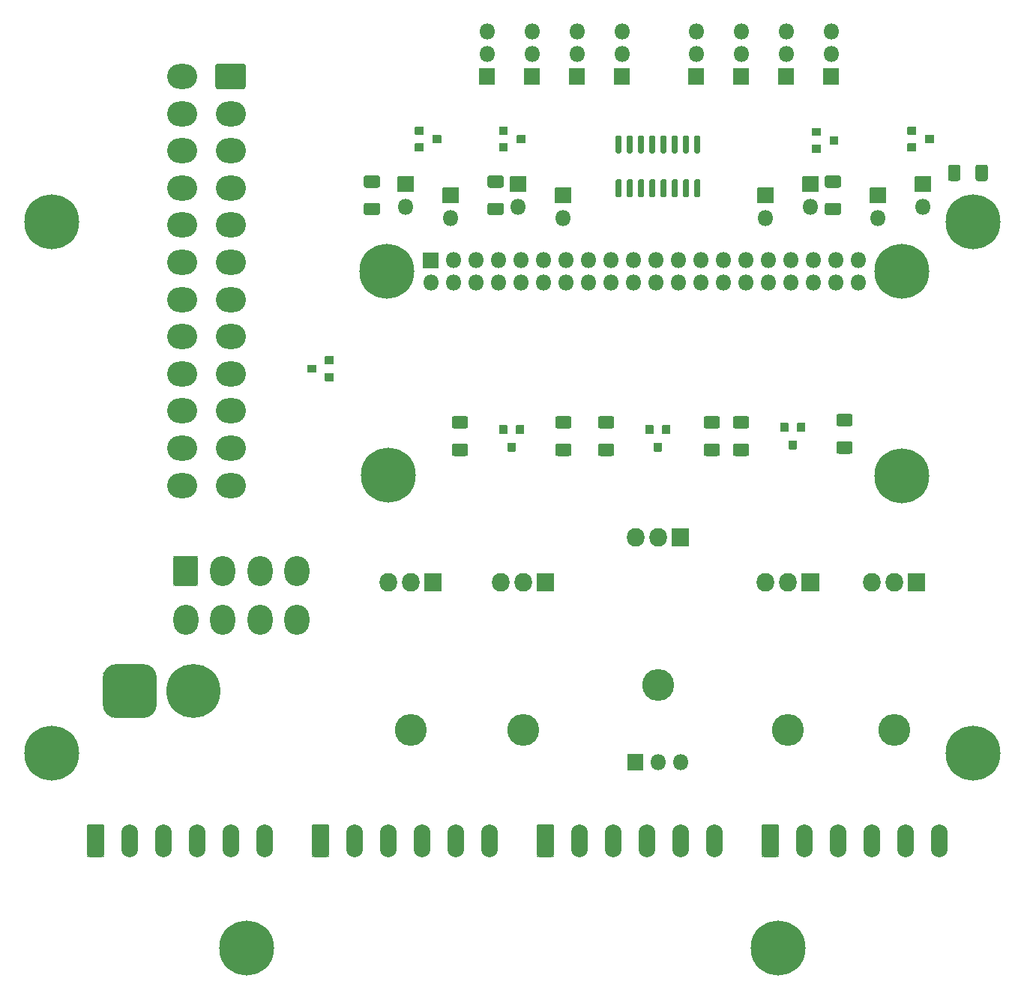
<source format=gbr>
G04 #@! TF.GenerationSoftware,KiCad,Pcbnew,5.1.8*
G04 #@! TF.CreationDate,2021-01-07T20:42:53+00:00*
G04 #@! TF.ProjectId,TheSun2,54686553-756e-4322-9e6b-696361645f70,1.0.8*
G04 #@! TF.SameCoordinates,Original*
G04 #@! TF.FileFunction,Soldermask,Top*
G04 #@! TF.FilePolarity,Negative*
%FSLAX46Y46*%
G04 Gerber Fmt 4.6, Leading zero omitted, Abs format (unit mm)*
G04 Created by KiCad (PCBNEW 5.1.8) date 2021-01-07 20:42:53*
%MOMM*%
%LPD*%
G01*
G04 APERTURE LIST*
%ADD10O,1.802000X1.802000*%
%ADD11C,6.102000*%
%ADD12C,6.200000*%
%ADD13O,3.402000X2.802000*%
%ADD14O,2.802000X3.402000*%
%ADD15O,1.902000X3.702000*%
%ADD16O,2.007000X2.102000*%
%ADD17O,3.602000X3.602000*%
%ADD18C,0.100000*%
G04 APERTURE END LIST*
G36*
G01*
X198776385Y-46141000D02*
X197463615Y-46141000D01*
G75*
G02*
X197194000Y-45871385I0J269615D01*
G01*
X197194000Y-45008615D01*
G75*
G02*
X197463615Y-44739000I269615J0D01*
G01*
X198776385Y-44739000D01*
G75*
G02*
X199046000Y-45008615I0J-269615D01*
G01*
X199046000Y-45871385D01*
G75*
G02*
X198776385Y-46141000I-269615J0D01*
G01*
G37*
G36*
G01*
X198776385Y-49241000D02*
X197463615Y-49241000D01*
G75*
G02*
X197194000Y-48971385I0J269615D01*
G01*
X197194000Y-48108615D01*
G75*
G02*
X197463615Y-47839000I269615J0D01*
G01*
X198776385Y-47839000D01*
G75*
G02*
X199046000Y-48108615I0J-269615D01*
G01*
X199046000Y-48971385D01*
G75*
G02*
X198776385Y-49241000I-269615J0D01*
G01*
G37*
G36*
G01*
X236876385Y-46141000D02*
X235563615Y-46141000D01*
G75*
G02*
X235294000Y-45871385I0J269615D01*
G01*
X235294000Y-45008615D01*
G75*
G02*
X235563615Y-44739000I269615J0D01*
G01*
X236876385Y-44739000D01*
G75*
G02*
X237146000Y-45008615I0J-269615D01*
G01*
X237146000Y-45871385D01*
G75*
G02*
X236876385Y-46141000I-269615J0D01*
G01*
G37*
G36*
G01*
X236876385Y-49241000D02*
X235563615Y-49241000D01*
G75*
G02*
X235294000Y-48971385I0J269615D01*
G01*
X235294000Y-48108615D01*
G75*
G02*
X235563615Y-47839000I269615J0D01*
G01*
X236876385Y-47839000D01*
G75*
G02*
X237146000Y-48108615I0J-269615D01*
G01*
X237146000Y-48971385D01*
G75*
G02*
X236876385Y-49241000I-269615J0D01*
G01*
G37*
G36*
G01*
X250611000Y-43793615D02*
X250611000Y-45106385D01*
G75*
G02*
X250341385Y-45376000I-269615J0D01*
G01*
X249478615Y-45376000D01*
G75*
G02*
X249209000Y-45106385I0J269615D01*
G01*
X249209000Y-43793615D01*
G75*
G02*
X249478615Y-43524000I269615J0D01*
G01*
X250341385Y-43524000D01*
G75*
G02*
X250611000Y-43793615I0J-269615D01*
G01*
G37*
G36*
G01*
X253711000Y-43793615D02*
X253711000Y-45106385D01*
G75*
G02*
X253441385Y-45376000I-269615J0D01*
G01*
X252578615Y-45376000D01*
G75*
G02*
X252309000Y-45106385I0J269615D01*
G01*
X252309000Y-43793615D01*
G75*
G02*
X252578615Y-43524000I269615J0D01*
G01*
X253441385Y-43524000D01*
G75*
G02*
X253711000Y-43793615I0J-269615D01*
G01*
G37*
G36*
G01*
X184806385Y-46141000D02*
X183493615Y-46141000D01*
G75*
G02*
X183224000Y-45871385I0J269615D01*
G01*
X183224000Y-45008615D01*
G75*
G02*
X183493615Y-44739000I269615J0D01*
G01*
X184806385Y-44739000D01*
G75*
G02*
X185076000Y-45008615I0J-269615D01*
G01*
X185076000Y-45871385D01*
G75*
G02*
X184806385Y-46141000I-269615J0D01*
G01*
G37*
G36*
G01*
X184806385Y-49241000D02*
X183493615Y-49241000D01*
G75*
G02*
X183224000Y-48971385I0J269615D01*
G01*
X183224000Y-48108615D01*
G75*
G02*
X183493615Y-47839000I269615J0D01*
G01*
X184806385Y-47839000D01*
G75*
G02*
X185076000Y-48108615I0J-269615D01*
G01*
X185076000Y-48971385D01*
G75*
G02*
X184806385Y-49241000I-269615J0D01*
G01*
G37*
D10*
X200660000Y-48260000D03*
G36*
G01*
X199759000Y-46570000D02*
X199759000Y-44870000D01*
G75*
G02*
X199810000Y-44819000I51000J0D01*
G01*
X201510000Y-44819000D01*
G75*
G02*
X201561000Y-44870000I0J-51000D01*
G01*
X201561000Y-46570000D01*
G75*
G02*
X201510000Y-46621000I-51000J0D01*
G01*
X199810000Y-46621000D01*
G75*
G02*
X199759000Y-46570000I0J51000D01*
G01*
G37*
X233680000Y-48260000D03*
G36*
G01*
X232779000Y-46570000D02*
X232779000Y-44870000D01*
G75*
G02*
X232830000Y-44819000I51000J0D01*
G01*
X234530000Y-44819000D01*
G75*
G02*
X234581000Y-44870000I0J-51000D01*
G01*
X234581000Y-46570000D01*
G75*
G02*
X234530000Y-46621000I-51000J0D01*
G01*
X232830000Y-46621000D01*
G75*
G02*
X232779000Y-46570000I0J51000D01*
G01*
G37*
X246380000Y-48260000D03*
G36*
G01*
X245479000Y-46570000D02*
X245479000Y-44870000D01*
G75*
G02*
X245530000Y-44819000I51000J0D01*
G01*
X247230000Y-44819000D01*
G75*
G02*
X247281000Y-44870000I0J-51000D01*
G01*
X247281000Y-46570000D01*
G75*
G02*
X247230000Y-46621000I-51000J0D01*
G01*
X245530000Y-46621000D01*
G75*
G02*
X245479000Y-46570000I0J51000D01*
G01*
G37*
X187960000Y-48260000D03*
G36*
G01*
X187059000Y-46570000D02*
X187059000Y-44870000D01*
G75*
G02*
X187110000Y-44819000I51000J0D01*
G01*
X188810000Y-44819000D01*
G75*
G02*
X188861000Y-44870000I0J-51000D01*
G01*
X188861000Y-46570000D01*
G75*
G02*
X188810000Y-46621000I-51000J0D01*
G01*
X187110000Y-46621000D01*
G75*
G02*
X187059000Y-46570000I0J51000D01*
G01*
G37*
G36*
G01*
X200499000Y-41040000D02*
X200499000Y-40240000D01*
G75*
G02*
X200550000Y-40189000I51000J0D01*
G01*
X201450000Y-40189000D01*
G75*
G02*
X201501000Y-40240000I0J-51000D01*
G01*
X201501000Y-41040000D01*
G75*
G02*
X201450000Y-41091000I-51000J0D01*
G01*
X200550000Y-41091000D01*
G75*
G02*
X200499000Y-41040000I0J51000D01*
G01*
G37*
G36*
G01*
X198499000Y-41990000D02*
X198499000Y-41190000D01*
G75*
G02*
X198550000Y-41139000I51000J0D01*
G01*
X199450000Y-41139000D01*
G75*
G02*
X199501000Y-41190000I0J-51000D01*
G01*
X199501000Y-41990000D01*
G75*
G02*
X199450000Y-42041000I-51000J0D01*
G01*
X198550000Y-42041000D01*
G75*
G02*
X198499000Y-41990000I0J51000D01*
G01*
G37*
G36*
G01*
X198499000Y-40090000D02*
X198499000Y-39290000D01*
G75*
G02*
X198550000Y-39239000I51000J0D01*
G01*
X199450000Y-39239000D01*
G75*
G02*
X199501000Y-39290000I0J-51000D01*
G01*
X199501000Y-40090000D01*
G75*
G02*
X199450000Y-40141000I-51000J0D01*
G01*
X198550000Y-40141000D01*
G75*
G02*
X198499000Y-40090000I0J51000D01*
G01*
G37*
G36*
G01*
X235839000Y-41180000D02*
X235839000Y-40380000D01*
G75*
G02*
X235890000Y-40329000I51000J0D01*
G01*
X236790000Y-40329000D01*
G75*
G02*
X236841000Y-40380000I0J-51000D01*
G01*
X236841000Y-41180000D01*
G75*
G02*
X236790000Y-41231000I-51000J0D01*
G01*
X235890000Y-41231000D01*
G75*
G02*
X235839000Y-41180000I0J51000D01*
G01*
G37*
G36*
G01*
X233839000Y-42130000D02*
X233839000Y-41330000D01*
G75*
G02*
X233890000Y-41279000I51000J0D01*
G01*
X234790000Y-41279000D01*
G75*
G02*
X234841000Y-41330000I0J-51000D01*
G01*
X234841000Y-42130000D01*
G75*
G02*
X234790000Y-42181000I-51000J0D01*
G01*
X233890000Y-42181000D01*
G75*
G02*
X233839000Y-42130000I0J51000D01*
G01*
G37*
G36*
G01*
X233839000Y-40230000D02*
X233839000Y-39430000D01*
G75*
G02*
X233890000Y-39379000I51000J0D01*
G01*
X234790000Y-39379000D01*
G75*
G02*
X234841000Y-39430000I0J-51000D01*
G01*
X234841000Y-40230000D01*
G75*
G02*
X234790000Y-40281000I-51000J0D01*
G01*
X233890000Y-40281000D01*
G75*
G02*
X233839000Y-40230000I0J51000D01*
G01*
G37*
G36*
G01*
X246629000Y-41040000D02*
X246629000Y-40240000D01*
G75*
G02*
X246680000Y-40189000I51000J0D01*
G01*
X247580000Y-40189000D01*
G75*
G02*
X247631000Y-40240000I0J-51000D01*
G01*
X247631000Y-41040000D01*
G75*
G02*
X247580000Y-41091000I-51000J0D01*
G01*
X246680000Y-41091000D01*
G75*
G02*
X246629000Y-41040000I0J51000D01*
G01*
G37*
G36*
G01*
X244629000Y-41990000D02*
X244629000Y-41190000D01*
G75*
G02*
X244680000Y-41139000I51000J0D01*
G01*
X245580000Y-41139000D01*
G75*
G02*
X245631000Y-41190000I0J-51000D01*
G01*
X245631000Y-41990000D01*
G75*
G02*
X245580000Y-42041000I-51000J0D01*
G01*
X244680000Y-42041000D01*
G75*
G02*
X244629000Y-41990000I0J51000D01*
G01*
G37*
G36*
G01*
X244629000Y-40090000D02*
X244629000Y-39290000D01*
G75*
G02*
X244680000Y-39239000I51000J0D01*
G01*
X245580000Y-39239000D01*
G75*
G02*
X245631000Y-39290000I0J-51000D01*
G01*
X245631000Y-40090000D01*
G75*
G02*
X245580000Y-40141000I-51000J0D01*
G01*
X244680000Y-40141000D01*
G75*
G02*
X244629000Y-40090000I0J51000D01*
G01*
G37*
G36*
G01*
X190999000Y-41040000D02*
X190999000Y-40240000D01*
G75*
G02*
X191050000Y-40189000I51000J0D01*
G01*
X191950000Y-40189000D01*
G75*
G02*
X192001000Y-40240000I0J-51000D01*
G01*
X192001000Y-41040000D01*
G75*
G02*
X191950000Y-41091000I-51000J0D01*
G01*
X191050000Y-41091000D01*
G75*
G02*
X190999000Y-41040000I0J51000D01*
G01*
G37*
G36*
G01*
X188999000Y-41990000D02*
X188999000Y-41190000D01*
G75*
G02*
X189050000Y-41139000I51000J0D01*
G01*
X189950000Y-41139000D01*
G75*
G02*
X190001000Y-41190000I0J-51000D01*
G01*
X190001000Y-41990000D01*
G75*
G02*
X189950000Y-42041000I-51000J0D01*
G01*
X189050000Y-42041000D01*
G75*
G02*
X188999000Y-41990000I0J51000D01*
G01*
G37*
G36*
G01*
X188999000Y-40090000D02*
X188999000Y-39290000D01*
G75*
G02*
X189050000Y-39239000I51000J0D01*
G01*
X189950000Y-39239000D01*
G75*
G02*
X190001000Y-39290000I0J-51000D01*
G01*
X190001000Y-40090000D01*
G75*
G02*
X189950000Y-40141000I-51000J0D01*
G01*
X189050000Y-40141000D01*
G75*
G02*
X188999000Y-40090000I0J51000D01*
G01*
G37*
G36*
G01*
X153749000Y-104525500D02*
X153749000Y-101474500D01*
G75*
G02*
X155274500Y-99949000I1525500J0D01*
G01*
X158325500Y-99949000D01*
G75*
G02*
X159851000Y-101474500I0J-1525500D01*
G01*
X159851000Y-104525500D01*
G75*
G02*
X158325500Y-106051000I-1525500J0D01*
G01*
X155274500Y-106051000D01*
G75*
G02*
X153749000Y-104525500I0J1525500D01*
G01*
G37*
D11*
X164000000Y-103000000D03*
D12*
X252000000Y-50000000D03*
X252000000Y-110000000D03*
X148000000Y-110000000D03*
X148000000Y-50000000D03*
X230000000Y-132000000D03*
X170000000Y-132000000D03*
D13*
X162680000Y-79760000D03*
X162680000Y-75560000D03*
X162680000Y-71360000D03*
X162680000Y-67160000D03*
X162680000Y-62960000D03*
X162680000Y-58760000D03*
X162680000Y-54560000D03*
X162680000Y-50360000D03*
X162680000Y-46160000D03*
X162680000Y-41960000D03*
X162680000Y-37760000D03*
X162680000Y-33560000D03*
X168180000Y-79760000D03*
X168180000Y-75560000D03*
X168180000Y-71360000D03*
X168180000Y-67160000D03*
X168180000Y-62960000D03*
X168180000Y-58760000D03*
X168180000Y-54560000D03*
X168180000Y-50360000D03*
X168180000Y-46160000D03*
X168180000Y-41960000D03*
X168180000Y-37760000D03*
G36*
G01*
X166738445Y-32159000D02*
X169621555Y-32159000D01*
G75*
G02*
X169881000Y-32418445I0J-259445D01*
G01*
X169881000Y-34701555D01*
G75*
G02*
X169621555Y-34961000I-259445J0D01*
G01*
X166738445Y-34961000D01*
G75*
G02*
X166479000Y-34701555I0J259445D01*
G01*
X166479000Y-32418445D01*
G75*
G02*
X166738445Y-32159000I259445J0D01*
G01*
G37*
G36*
G01*
X199530000Y-74953000D02*
X200330000Y-74953000D01*
G75*
G02*
X200381000Y-75004000I0J-51000D01*
G01*
X200381000Y-75904000D01*
G75*
G02*
X200330000Y-75955000I-51000J0D01*
G01*
X199530000Y-75955000D01*
G75*
G02*
X199479000Y-75904000I0J51000D01*
G01*
X199479000Y-75004000D01*
G75*
G02*
X199530000Y-74953000I51000J0D01*
G01*
G37*
G36*
G01*
X198580000Y-72953000D02*
X199380000Y-72953000D01*
G75*
G02*
X199431000Y-73004000I0J-51000D01*
G01*
X199431000Y-73904000D01*
G75*
G02*
X199380000Y-73955000I-51000J0D01*
G01*
X198580000Y-73955000D01*
G75*
G02*
X198529000Y-73904000I0J51000D01*
G01*
X198529000Y-73004000D01*
G75*
G02*
X198580000Y-72953000I51000J0D01*
G01*
G37*
G36*
G01*
X200480000Y-72953000D02*
X201280000Y-72953000D01*
G75*
G02*
X201331000Y-73004000I0J-51000D01*
G01*
X201331000Y-73904000D01*
G75*
G02*
X201280000Y-73955000I-51000J0D01*
G01*
X200480000Y-73955000D01*
G75*
G02*
X200429000Y-73904000I0J51000D01*
G01*
X200429000Y-73004000D01*
G75*
G02*
X200480000Y-72953000I51000J0D01*
G01*
G37*
G36*
G01*
X193431614Y-75049000D02*
X194744386Y-75049000D01*
G75*
G02*
X195014000Y-75318614I0J-269614D01*
G01*
X195014000Y-76181386D01*
G75*
G02*
X194744386Y-76451000I-269614J0D01*
G01*
X193431614Y-76451000D01*
G75*
G02*
X193162000Y-76181386I0J269614D01*
G01*
X193162000Y-75318614D01*
G75*
G02*
X193431614Y-75049000I269614J0D01*
G01*
G37*
G36*
G01*
X193431614Y-71949000D02*
X194744386Y-71949000D01*
G75*
G02*
X195014000Y-72218614I0J-269614D01*
G01*
X195014000Y-73081386D01*
G75*
G02*
X194744386Y-73351000I-269614J0D01*
G01*
X193431614Y-73351000D01*
G75*
G02*
X193162000Y-73081386I0J269614D01*
G01*
X193162000Y-72218614D01*
G75*
G02*
X193431614Y-71949000I269614J0D01*
G01*
G37*
G36*
G01*
X206428386Y-73351000D02*
X205115614Y-73351000D01*
G75*
G02*
X204846000Y-73081386I0J269614D01*
G01*
X204846000Y-72218614D01*
G75*
G02*
X205115614Y-71949000I269614J0D01*
G01*
X206428386Y-71949000D01*
G75*
G02*
X206698000Y-72218614I0J-269614D01*
G01*
X206698000Y-73081386D01*
G75*
G02*
X206428386Y-73351000I-269614J0D01*
G01*
G37*
G36*
G01*
X206428386Y-76451000D02*
X205115614Y-76451000D01*
G75*
G02*
X204846000Y-76181386I0J269614D01*
G01*
X204846000Y-75318614D01*
G75*
G02*
X205115614Y-75049000I269614J0D01*
G01*
X206428386Y-75049000D01*
G75*
G02*
X206698000Y-75318614I0J-269614D01*
G01*
X206698000Y-76181386D01*
G75*
G02*
X206428386Y-76451000I-269614J0D01*
G01*
G37*
G36*
G01*
X161699000Y-90881555D02*
X161699000Y-87998445D01*
G75*
G02*
X161958445Y-87739000I259445J0D01*
G01*
X164241555Y-87739000D01*
G75*
G02*
X164501000Y-87998445I0J-259445D01*
G01*
X164501000Y-90881555D01*
G75*
G02*
X164241555Y-91141000I-259445J0D01*
G01*
X161958445Y-91141000D01*
G75*
G02*
X161699000Y-90881555I0J259445D01*
G01*
G37*
D14*
X167300000Y-89440000D03*
X171500000Y-89440000D03*
X175700000Y-89440000D03*
X163100000Y-94940000D03*
X167300000Y-94940000D03*
X171500000Y-94940000D03*
X175700000Y-94940000D03*
G36*
G01*
X220709500Y-45169000D02*
X221060500Y-45169000D01*
G75*
G02*
X221236000Y-45344500I0J-175500D01*
G01*
X221236000Y-47045500D01*
G75*
G02*
X221060500Y-47221000I-175500J0D01*
G01*
X220709500Y-47221000D01*
G75*
G02*
X220534000Y-47045500I0J175500D01*
G01*
X220534000Y-45344500D01*
G75*
G02*
X220709500Y-45169000I175500J0D01*
G01*
G37*
G36*
G01*
X219439500Y-45169000D02*
X219790500Y-45169000D01*
G75*
G02*
X219966000Y-45344500I0J-175500D01*
G01*
X219966000Y-47045500D01*
G75*
G02*
X219790500Y-47221000I-175500J0D01*
G01*
X219439500Y-47221000D01*
G75*
G02*
X219264000Y-47045500I0J175500D01*
G01*
X219264000Y-45344500D01*
G75*
G02*
X219439500Y-45169000I175500J0D01*
G01*
G37*
G36*
G01*
X218169500Y-45169000D02*
X218520500Y-45169000D01*
G75*
G02*
X218696000Y-45344500I0J-175500D01*
G01*
X218696000Y-47045500D01*
G75*
G02*
X218520500Y-47221000I-175500J0D01*
G01*
X218169500Y-47221000D01*
G75*
G02*
X217994000Y-47045500I0J175500D01*
G01*
X217994000Y-45344500D01*
G75*
G02*
X218169500Y-45169000I175500J0D01*
G01*
G37*
G36*
G01*
X216899500Y-45169000D02*
X217250500Y-45169000D01*
G75*
G02*
X217426000Y-45344500I0J-175500D01*
G01*
X217426000Y-47045500D01*
G75*
G02*
X217250500Y-47221000I-175500J0D01*
G01*
X216899500Y-47221000D01*
G75*
G02*
X216724000Y-47045500I0J175500D01*
G01*
X216724000Y-45344500D01*
G75*
G02*
X216899500Y-45169000I175500J0D01*
G01*
G37*
G36*
G01*
X215629500Y-45169000D02*
X215980500Y-45169000D01*
G75*
G02*
X216156000Y-45344500I0J-175500D01*
G01*
X216156000Y-47045500D01*
G75*
G02*
X215980500Y-47221000I-175500J0D01*
G01*
X215629500Y-47221000D01*
G75*
G02*
X215454000Y-47045500I0J175500D01*
G01*
X215454000Y-45344500D01*
G75*
G02*
X215629500Y-45169000I175500J0D01*
G01*
G37*
G36*
G01*
X214359500Y-45169000D02*
X214710500Y-45169000D01*
G75*
G02*
X214886000Y-45344500I0J-175500D01*
G01*
X214886000Y-47045500D01*
G75*
G02*
X214710500Y-47221000I-175500J0D01*
G01*
X214359500Y-47221000D01*
G75*
G02*
X214184000Y-47045500I0J175500D01*
G01*
X214184000Y-45344500D01*
G75*
G02*
X214359500Y-45169000I175500J0D01*
G01*
G37*
G36*
G01*
X213089500Y-45169000D02*
X213440500Y-45169000D01*
G75*
G02*
X213616000Y-45344500I0J-175500D01*
G01*
X213616000Y-47045500D01*
G75*
G02*
X213440500Y-47221000I-175500J0D01*
G01*
X213089500Y-47221000D01*
G75*
G02*
X212914000Y-47045500I0J175500D01*
G01*
X212914000Y-45344500D01*
G75*
G02*
X213089500Y-45169000I175500J0D01*
G01*
G37*
G36*
G01*
X211819500Y-45169000D02*
X212170500Y-45169000D01*
G75*
G02*
X212346000Y-45344500I0J-175500D01*
G01*
X212346000Y-47045500D01*
G75*
G02*
X212170500Y-47221000I-175500J0D01*
G01*
X211819500Y-47221000D01*
G75*
G02*
X211644000Y-47045500I0J175500D01*
G01*
X211644000Y-45344500D01*
G75*
G02*
X211819500Y-45169000I175500J0D01*
G01*
G37*
G36*
G01*
X211819500Y-40219000D02*
X212170500Y-40219000D01*
G75*
G02*
X212346000Y-40394500I0J-175500D01*
G01*
X212346000Y-42095500D01*
G75*
G02*
X212170500Y-42271000I-175500J0D01*
G01*
X211819500Y-42271000D01*
G75*
G02*
X211644000Y-42095500I0J175500D01*
G01*
X211644000Y-40394500D01*
G75*
G02*
X211819500Y-40219000I175500J0D01*
G01*
G37*
G36*
G01*
X213089500Y-40219000D02*
X213440500Y-40219000D01*
G75*
G02*
X213616000Y-40394500I0J-175500D01*
G01*
X213616000Y-42095500D01*
G75*
G02*
X213440500Y-42271000I-175500J0D01*
G01*
X213089500Y-42271000D01*
G75*
G02*
X212914000Y-42095500I0J175500D01*
G01*
X212914000Y-40394500D01*
G75*
G02*
X213089500Y-40219000I175500J0D01*
G01*
G37*
G36*
G01*
X214359500Y-40219000D02*
X214710500Y-40219000D01*
G75*
G02*
X214886000Y-40394500I0J-175500D01*
G01*
X214886000Y-42095500D01*
G75*
G02*
X214710500Y-42271000I-175500J0D01*
G01*
X214359500Y-42271000D01*
G75*
G02*
X214184000Y-42095500I0J175500D01*
G01*
X214184000Y-40394500D01*
G75*
G02*
X214359500Y-40219000I175500J0D01*
G01*
G37*
G36*
G01*
X215629500Y-40219000D02*
X215980500Y-40219000D01*
G75*
G02*
X216156000Y-40394500I0J-175500D01*
G01*
X216156000Y-42095500D01*
G75*
G02*
X215980500Y-42271000I-175500J0D01*
G01*
X215629500Y-42271000D01*
G75*
G02*
X215454000Y-42095500I0J175500D01*
G01*
X215454000Y-40394500D01*
G75*
G02*
X215629500Y-40219000I175500J0D01*
G01*
G37*
G36*
G01*
X216899500Y-40219000D02*
X217250500Y-40219000D01*
G75*
G02*
X217426000Y-40394500I0J-175500D01*
G01*
X217426000Y-42095500D01*
G75*
G02*
X217250500Y-42271000I-175500J0D01*
G01*
X216899500Y-42271000D01*
G75*
G02*
X216724000Y-42095500I0J175500D01*
G01*
X216724000Y-40394500D01*
G75*
G02*
X216899500Y-40219000I175500J0D01*
G01*
G37*
G36*
G01*
X218169500Y-40219000D02*
X218520500Y-40219000D01*
G75*
G02*
X218696000Y-40394500I0J-175500D01*
G01*
X218696000Y-42095500D01*
G75*
G02*
X218520500Y-42271000I-175500J0D01*
G01*
X218169500Y-42271000D01*
G75*
G02*
X217994000Y-42095500I0J175500D01*
G01*
X217994000Y-40394500D01*
G75*
G02*
X218169500Y-40219000I175500J0D01*
G01*
G37*
G36*
G01*
X219439500Y-40219000D02*
X219790500Y-40219000D01*
G75*
G02*
X219966000Y-40394500I0J-175500D01*
G01*
X219966000Y-42095500D01*
G75*
G02*
X219790500Y-42271000I-175500J0D01*
G01*
X219439500Y-42271000D01*
G75*
G02*
X219264000Y-42095500I0J175500D01*
G01*
X219264000Y-40394500D01*
G75*
G02*
X219439500Y-40219000I175500J0D01*
G01*
G37*
G36*
G01*
X220709500Y-40219000D02*
X221060500Y-40219000D01*
G75*
G02*
X221236000Y-40394500I0J-175500D01*
G01*
X221236000Y-42095500D01*
G75*
G02*
X221060500Y-42271000I-175500J0D01*
G01*
X220709500Y-42271000D01*
G75*
G02*
X220534000Y-42095500I0J175500D01*
G01*
X220534000Y-40394500D01*
G75*
G02*
X220709500Y-40219000I175500J0D01*
G01*
G37*
G36*
G01*
X223192386Y-73351000D02*
X221879614Y-73351000D01*
G75*
G02*
X221610000Y-73081386I0J269614D01*
G01*
X221610000Y-72218614D01*
G75*
G02*
X221879614Y-71949000I269614J0D01*
G01*
X223192386Y-71949000D01*
G75*
G02*
X223462000Y-72218614I0J-269614D01*
G01*
X223462000Y-73081386D01*
G75*
G02*
X223192386Y-73351000I-269614J0D01*
G01*
G37*
G36*
G01*
X223192386Y-76451000D02*
X221879614Y-76451000D01*
G75*
G02*
X221610000Y-76181386I0J269614D01*
G01*
X221610000Y-75318614D01*
G75*
G02*
X221879614Y-75049000I269614J0D01*
G01*
X223192386Y-75049000D01*
G75*
G02*
X223462000Y-75318614I0J-269614D01*
G01*
X223462000Y-76181386D01*
G75*
G02*
X223192386Y-76451000I-269614J0D01*
G01*
G37*
G36*
G01*
X238178386Y-73097000D02*
X236865614Y-73097000D01*
G75*
G02*
X236596000Y-72827386I0J269614D01*
G01*
X236596000Y-71964614D01*
G75*
G02*
X236865614Y-71695000I269614J0D01*
G01*
X238178386Y-71695000D01*
G75*
G02*
X238448000Y-71964614I0J-269614D01*
G01*
X238448000Y-72827386D01*
G75*
G02*
X238178386Y-73097000I-269614J0D01*
G01*
G37*
G36*
G01*
X238178386Y-76197000D02*
X236865614Y-76197000D01*
G75*
G02*
X236596000Y-75927386I0J269614D01*
G01*
X236596000Y-75064614D01*
G75*
G02*
X236865614Y-74795000I269614J0D01*
G01*
X238178386Y-74795000D01*
G75*
G02*
X238448000Y-75064614I0J-269614D01*
G01*
X238448000Y-75927386D01*
G75*
G02*
X238178386Y-76197000I-269614J0D01*
G01*
G37*
G36*
G01*
X209941614Y-75049000D02*
X211254386Y-75049000D01*
G75*
G02*
X211524000Y-75318614I0J-269614D01*
G01*
X211524000Y-76181386D01*
G75*
G02*
X211254386Y-76451000I-269614J0D01*
G01*
X209941614Y-76451000D01*
G75*
G02*
X209672000Y-76181386I0J269614D01*
G01*
X209672000Y-75318614D01*
G75*
G02*
X209941614Y-75049000I269614J0D01*
G01*
G37*
G36*
G01*
X209941614Y-71949000D02*
X211254386Y-71949000D01*
G75*
G02*
X211524000Y-72218614I0J-269614D01*
G01*
X211524000Y-73081386D01*
G75*
G02*
X211254386Y-73351000I-269614J0D01*
G01*
X209941614Y-73351000D01*
G75*
G02*
X209672000Y-73081386I0J269614D01*
G01*
X209672000Y-72218614D01*
G75*
G02*
X209941614Y-71949000I269614J0D01*
G01*
G37*
G36*
G01*
X225181614Y-75049000D02*
X226494386Y-75049000D01*
G75*
G02*
X226764000Y-75318614I0J-269614D01*
G01*
X226764000Y-76181386D01*
G75*
G02*
X226494386Y-76451000I-269614J0D01*
G01*
X225181614Y-76451000D01*
G75*
G02*
X224912000Y-76181386I0J269614D01*
G01*
X224912000Y-75318614D01*
G75*
G02*
X225181614Y-75049000I269614J0D01*
G01*
G37*
G36*
G01*
X225181614Y-71949000D02*
X226494386Y-71949000D01*
G75*
G02*
X226764000Y-72218614I0J-269614D01*
G01*
X226764000Y-73081386D01*
G75*
G02*
X226494386Y-73351000I-269614J0D01*
G01*
X225181614Y-73351000D01*
G75*
G02*
X224912000Y-73081386I0J269614D01*
G01*
X224912000Y-72218614D01*
G75*
G02*
X225181614Y-71949000I269614J0D01*
G01*
G37*
G36*
G01*
X177841000Y-66180000D02*
X177841000Y-66980000D01*
G75*
G02*
X177790000Y-67031000I-51000J0D01*
G01*
X176890000Y-67031000D01*
G75*
G02*
X176839000Y-66980000I0J51000D01*
G01*
X176839000Y-66180000D01*
G75*
G02*
X176890000Y-66129000I51000J0D01*
G01*
X177790000Y-66129000D01*
G75*
G02*
X177841000Y-66180000I0J-51000D01*
G01*
G37*
G36*
G01*
X179841000Y-65230000D02*
X179841000Y-66030000D01*
G75*
G02*
X179790000Y-66081000I-51000J0D01*
G01*
X178890000Y-66081000D01*
G75*
G02*
X178839000Y-66030000I0J51000D01*
G01*
X178839000Y-65230000D01*
G75*
G02*
X178890000Y-65179000I51000J0D01*
G01*
X179790000Y-65179000D01*
G75*
G02*
X179841000Y-65230000I0J-51000D01*
G01*
G37*
G36*
G01*
X179841000Y-67130000D02*
X179841000Y-67930000D01*
G75*
G02*
X179790000Y-67981000I-51000J0D01*
G01*
X178890000Y-67981000D01*
G75*
G02*
X178839000Y-67930000I0J51000D01*
G01*
X178839000Y-67130000D01*
G75*
G02*
X178890000Y-67079000I51000J0D01*
G01*
X179790000Y-67079000D01*
G75*
G02*
X179841000Y-67130000I0J-51000D01*
G01*
G37*
D15*
X171990000Y-119920000D03*
X168180000Y-119920000D03*
X164370000Y-119920000D03*
X160560000Y-119920000D03*
X156750000Y-119920000D03*
G36*
G01*
X151989000Y-121506834D02*
X151989000Y-118333166D01*
G75*
G02*
X152253166Y-118069000I264166J0D01*
G01*
X153626834Y-118069000D01*
G75*
G02*
X153891000Y-118333166I0J-264166D01*
G01*
X153891000Y-121506834D01*
G75*
G02*
X153626834Y-121771000I-264166J0D01*
G01*
X152253166Y-121771000D01*
G75*
G02*
X151989000Y-121506834I0J264166D01*
G01*
G37*
X197390000Y-119920000D03*
X193580000Y-119920000D03*
X189770000Y-119920000D03*
X185960000Y-119920000D03*
X182150000Y-119920000D03*
G36*
G01*
X177389000Y-121506834D02*
X177389000Y-118333166D01*
G75*
G02*
X177653166Y-118069000I264166J0D01*
G01*
X179026834Y-118069000D01*
G75*
G02*
X179291000Y-118333166I0J-264166D01*
G01*
X179291000Y-121506834D01*
G75*
G02*
X179026834Y-121771000I-264166J0D01*
G01*
X177653166Y-121771000D01*
G75*
G02*
X177389000Y-121506834I0J264166D01*
G01*
G37*
X248190000Y-119920000D03*
X244380000Y-119920000D03*
X240570000Y-119920000D03*
X236760000Y-119920000D03*
X232950000Y-119920000D03*
G36*
G01*
X228189000Y-121506834D02*
X228189000Y-118333166D01*
G75*
G02*
X228453166Y-118069000I264166J0D01*
G01*
X229826834Y-118069000D01*
G75*
G02*
X230091000Y-118333166I0J-264166D01*
G01*
X230091000Y-121506834D01*
G75*
G02*
X229826834Y-121771000I-264166J0D01*
G01*
X228453166Y-121771000D01*
G75*
G02*
X228189000Y-121506834I0J264166D01*
G01*
G37*
X222790000Y-119920000D03*
X218980000Y-119920000D03*
X215170000Y-119920000D03*
X211360000Y-119920000D03*
X207550000Y-119920000D03*
G36*
G01*
X202789000Y-121506834D02*
X202789000Y-118333166D01*
G75*
G02*
X203053166Y-118069000I264166J0D01*
G01*
X204426834Y-118069000D01*
G75*
G02*
X204691000Y-118333166I0J-264166D01*
G01*
X204691000Y-121506834D01*
G75*
G02*
X204426834Y-121771000I-264166J0D01*
G01*
X203053166Y-121771000D01*
G75*
G02*
X202789000Y-121506834I0J264166D01*
G01*
G37*
G36*
G01*
X191661400Y-55225500D02*
X189961400Y-55225500D01*
G75*
G02*
X189910400Y-55174500I0J51000D01*
G01*
X189910400Y-53474500D01*
G75*
G02*
X189961400Y-53423500I51000J0D01*
G01*
X191661400Y-53423500D01*
G75*
G02*
X191712400Y-53474500I0J-51000D01*
G01*
X191712400Y-55174500D01*
G75*
G02*
X191661400Y-55225500I-51000J0D01*
G01*
G37*
D10*
X190811400Y-56864500D03*
X193351400Y-54324500D03*
X193351400Y-56864500D03*
X195891400Y-54324500D03*
X195891400Y-56864500D03*
X198431400Y-54324500D03*
X198431400Y-56864500D03*
X200971400Y-54324500D03*
X200971400Y-56864500D03*
X203511400Y-54324500D03*
X203511400Y-56864500D03*
X206051400Y-54324500D03*
X206051400Y-56864500D03*
X208591400Y-54324500D03*
X208591400Y-56864500D03*
X211131400Y-54324500D03*
X211131400Y-56864500D03*
X213671400Y-54324500D03*
X213671400Y-56864500D03*
X216211400Y-54324500D03*
X216211400Y-56864500D03*
X218751400Y-54324500D03*
X218751400Y-56864500D03*
X221291400Y-54324500D03*
X221291400Y-56864500D03*
X223831400Y-54324500D03*
X223831400Y-56864500D03*
X226371400Y-54324500D03*
X226371400Y-56864500D03*
X228911400Y-54324500D03*
X228911400Y-56864500D03*
X231451400Y-54324500D03*
X231451400Y-56864500D03*
X233991400Y-54324500D03*
X233991400Y-56864500D03*
X236531400Y-54324500D03*
X236531400Y-56864500D03*
X239071400Y-54324500D03*
X239071400Y-56864500D03*
D16*
X185960000Y-90710000D03*
X188500000Y-90710000D03*
G36*
G01*
X192043500Y-89710000D02*
X192043500Y-91710000D01*
G75*
G02*
X191992500Y-91761000I-51000J0D01*
G01*
X190087500Y-91761000D01*
G75*
G02*
X190036500Y-91710000I0J51000D01*
G01*
X190036500Y-89710000D01*
G75*
G02*
X190087500Y-89659000I51000J0D01*
G01*
X191992500Y-89659000D01*
G75*
G02*
X192043500Y-89710000I0J-51000D01*
G01*
G37*
D17*
X188500000Y-107370000D03*
D16*
X240570000Y-90710000D03*
X243110000Y-90710000D03*
G36*
G01*
X246653500Y-89710000D02*
X246653500Y-91710000D01*
G75*
G02*
X246602500Y-91761000I-51000J0D01*
G01*
X244697500Y-91761000D01*
G75*
G02*
X244646500Y-91710000I0J51000D01*
G01*
X244646500Y-89710000D01*
G75*
G02*
X244697500Y-89659000I51000J0D01*
G01*
X246602500Y-89659000D01*
G75*
G02*
X246653500Y-89710000I0J-51000D01*
G01*
G37*
D17*
X243110000Y-107370000D03*
D16*
X213900000Y-85630000D03*
X216440000Y-85630000D03*
G36*
G01*
X219983500Y-84630000D02*
X219983500Y-86630000D01*
G75*
G02*
X219932500Y-86681000I-51000J0D01*
G01*
X218027500Y-86681000D01*
G75*
G02*
X217976500Y-86630000I0J51000D01*
G01*
X217976500Y-84630000D01*
G75*
G02*
X218027500Y-84579000I51000J0D01*
G01*
X219932500Y-84579000D01*
G75*
G02*
X219983500Y-84630000I0J-51000D01*
G01*
G37*
D17*
X216440000Y-102290000D03*
D16*
X198660000Y-90710000D03*
X201200000Y-90710000D03*
G36*
G01*
X204743500Y-89710000D02*
X204743500Y-91710000D01*
G75*
G02*
X204692500Y-91761000I-51000J0D01*
G01*
X202787500Y-91761000D01*
G75*
G02*
X202736500Y-91710000I0J51000D01*
G01*
X202736500Y-89710000D01*
G75*
G02*
X202787500Y-89659000I51000J0D01*
G01*
X204692500Y-89659000D01*
G75*
G02*
X204743500Y-89710000I0J-51000D01*
G01*
G37*
D17*
X201200000Y-107370000D03*
D16*
X228570000Y-90710000D03*
X231110000Y-90710000D03*
G36*
G01*
X234653500Y-89710000D02*
X234653500Y-91710000D01*
G75*
G02*
X234602500Y-91761000I-51000J0D01*
G01*
X232697500Y-91761000D01*
G75*
G02*
X232646500Y-91710000I0J51000D01*
G01*
X232646500Y-89710000D01*
G75*
G02*
X232697500Y-89659000I51000J0D01*
G01*
X234602500Y-89659000D01*
G75*
G02*
X234653500Y-89710000I0J-51000D01*
G01*
G37*
D17*
X231110000Y-107370000D03*
D10*
X205740000Y-49530000D03*
G36*
G01*
X204839000Y-47840000D02*
X204839000Y-46140000D01*
G75*
G02*
X204890000Y-46089000I51000J0D01*
G01*
X206590000Y-46089000D01*
G75*
G02*
X206641000Y-46140000I0J-51000D01*
G01*
X206641000Y-47840000D01*
G75*
G02*
X206590000Y-47891000I-51000J0D01*
G01*
X204890000Y-47891000D01*
G75*
G02*
X204839000Y-47840000I0J51000D01*
G01*
G37*
X228600000Y-49530000D03*
G36*
G01*
X227699000Y-47840000D02*
X227699000Y-46140000D01*
G75*
G02*
X227750000Y-46089000I51000J0D01*
G01*
X229450000Y-46089000D01*
G75*
G02*
X229501000Y-46140000I0J-51000D01*
G01*
X229501000Y-47840000D01*
G75*
G02*
X229450000Y-47891000I-51000J0D01*
G01*
X227750000Y-47891000D01*
G75*
G02*
X227699000Y-47840000I0J51000D01*
G01*
G37*
X241300000Y-49530000D03*
G36*
G01*
X240399000Y-47840000D02*
X240399000Y-46140000D01*
G75*
G02*
X240450000Y-46089000I51000J0D01*
G01*
X242150000Y-46089000D01*
G75*
G02*
X242201000Y-46140000I0J-51000D01*
G01*
X242201000Y-47840000D01*
G75*
G02*
X242150000Y-47891000I-51000J0D01*
G01*
X240450000Y-47891000D01*
G75*
G02*
X240399000Y-47840000I0J51000D01*
G01*
G37*
X193040000Y-49530000D03*
G36*
G01*
X192139000Y-47840000D02*
X192139000Y-46140000D01*
G75*
G02*
X192190000Y-46089000I51000J0D01*
G01*
X193890000Y-46089000D01*
G75*
G02*
X193941000Y-46140000I0J-51000D01*
G01*
X193941000Y-47840000D01*
G75*
G02*
X193890000Y-47891000I-51000J0D01*
G01*
X192190000Y-47891000D01*
G75*
G02*
X192139000Y-47840000I0J51000D01*
G01*
G37*
X218980000Y-111030000D03*
X216440000Y-111030000D03*
G36*
G01*
X214750000Y-111931000D02*
X213050000Y-111931000D01*
G75*
G02*
X212999000Y-111880000I0J51000D01*
G01*
X212999000Y-110180000D01*
G75*
G02*
X213050000Y-110129000I51000J0D01*
G01*
X214750000Y-110129000D01*
G75*
G02*
X214801000Y-110180000I0J-51000D01*
G01*
X214801000Y-111880000D01*
G75*
G02*
X214750000Y-111931000I-51000J0D01*
G01*
G37*
X197136000Y-28480000D03*
X197136000Y-31020000D03*
G36*
G01*
X198037000Y-32710000D02*
X198037000Y-34410000D01*
G75*
G02*
X197986000Y-34461000I-51000J0D01*
G01*
X196286000Y-34461000D01*
G75*
G02*
X196235000Y-34410000I0J51000D01*
G01*
X196235000Y-32710000D01*
G75*
G02*
X196286000Y-32659000I51000J0D01*
G01*
X197986000Y-32659000D01*
G75*
G02*
X198037000Y-32710000I0J-51000D01*
G01*
G37*
X202216000Y-28480000D03*
X202216000Y-31020000D03*
G36*
G01*
X203117000Y-32710000D02*
X203117000Y-34410000D01*
G75*
G02*
X203066000Y-34461000I-51000J0D01*
G01*
X201366000Y-34461000D01*
G75*
G02*
X201315000Y-34410000I0J51000D01*
G01*
X201315000Y-32710000D01*
G75*
G02*
X201366000Y-32659000I51000J0D01*
G01*
X203066000Y-32659000D01*
G75*
G02*
X203117000Y-32710000I0J-51000D01*
G01*
G37*
X207296000Y-28480000D03*
X207296000Y-31020000D03*
G36*
G01*
X208197000Y-32710000D02*
X208197000Y-34410000D01*
G75*
G02*
X208146000Y-34461000I-51000J0D01*
G01*
X206446000Y-34461000D01*
G75*
G02*
X206395000Y-34410000I0J51000D01*
G01*
X206395000Y-32710000D01*
G75*
G02*
X206446000Y-32659000I51000J0D01*
G01*
X208146000Y-32659000D01*
G75*
G02*
X208197000Y-32710000I0J-51000D01*
G01*
G37*
X212376000Y-28480000D03*
X212376000Y-31020000D03*
G36*
G01*
X213277000Y-32710000D02*
X213277000Y-34410000D01*
G75*
G02*
X213226000Y-34461000I-51000J0D01*
G01*
X211526000Y-34461000D01*
G75*
G02*
X211475000Y-34410000I0J51000D01*
G01*
X211475000Y-32710000D01*
G75*
G02*
X211526000Y-32659000I51000J0D01*
G01*
X213226000Y-32659000D01*
G75*
G02*
X213277000Y-32710000I0J-51000D01*
G01*
G37*
X220758000Y-28480000D03*
X220758000Y-31020000D03*
G36*
G01*
X221659000Y-32710000D02*
X221659000Y-34410000D01*
G75*
G02*
X221608000Y-34461000I-51000J0D01*
G01*
X219908000Y-34461000D01*
G75*
G02*
X219857000Y-34410000I0J51000D01*
G01*
X219857000Y-32710000D01*
G75*
G02*
X219908000Y-32659000I51000J0D01*
G01*
X221608000Y-32659000D01*
G75*
G02*
X221659000Y-32710000I0J-51000D01*
G01*
G37*
X225838000Y-28480000D03*
X225838000Y-31020000D03*
G36*
G01*
X226739000Y-32710000D02*
X226739000Y-34410000D01*
G75*
G02*
X226688000Y-34461000I-51000J0D01*
G01*
X224988000Y-34461000D01*
G75*
G02*
X224937000Y-34410000I0J51000D01*
G01*
X224937000Y-32710000D01*
G75*
G02*
X224988000Y-32659000I51000J0D01*
G01*
X226688000Y-32659000D01*
G75*
G02*
X226739000Y-32710000I0J-51000D01*
G01*
G37*
X230918000Y-28480000D03*
X230918000Y-31020000D03*
G36*
G01*
X231819000Y-32710000D02*
X231819000Y-34410000D01*
G75*
G02*
X231768000Y-34461000I-51000J0D01*
G01*
X230068000Y-34461000D01*
G75*
G02*
X230017000Y-34410000I0J51000D01*
G01*
X230017000Y-32710000D01*
G75*
G02*
X230068000Y-32659000I51000J0D01*
G01*
X231768000Y-32659000D01*
G75*
G02*
X231819000Y-32710000I0J-51000D01*
G01*
G37*
X235998000Y-28480000D03*
X235998000Y-31020000D03*
G36*
G01*
X236899000Y-32710000D02*
X236899000Y-34410000D01*
G75*
G02*
X236848000Y-34461000I-51000J0D01*
G01*
X235148000Y-34461000D01*
G75*
G02*
X235097000Y-34410000I0J51000D01*
G01*
X235097000Y-32710000D01*
G75*
G02*
X235148000Y-32659000I51000J0D01*
G01*
X236848000Y-32659000D01*
G75*
G02*
X236899000Y-32710000I0J-51000D01*
G01*
G37*
G36*
G01*
X216040000Y-74953000D02*
X216840000Y-74953000D01*
G75*
G02*
X216891000Y-75004000I0J-51000D01*
G01*
X216891000Y-75904000D01*
G75*
G02*
X216840000Y-75955000I-51000J0D01*
G01*
X216040000Y-75955000D01*
G75*
G02*
X215989000Y-75904000I0J51000D01*
G01*
X215989000Y-75004000D01*
G75*
G02*
X216040000Y-74953000I51000J0D01*
G01*
G37*
G36*
G01*
X215090000Y-72953000D02*
X215890000Y-72953000D01*
G75*
G02*
X215941000Y-73004000I0J-51000D01*
G01*
X215941000Y-73904000D01*
G75*
G02*
X215890000Y-73955000I-51000J0D01*
G01*
X215090000Y-73955000D01*
G75*
G02*
X215039000Y-73904000I0J51000D01*
G01*
X215039000Y-73004000D01*
G75*
G02*
X215090000Y-72953000I51000J0D01*
G01*
G37*
G36*
G01*
X216990000Y-72953000D02*
X217790000Y-72953000D01*
G75*
G02*
X217841000Y-73004000I0J-51000D01*
G01*
X217841000Y-73904000D01*
G75*
G02*
X217790000Y-73955000I-51000J0D01*
G01*
X216990000Y-73955000D01*
G75*
G02*
X216939000Y-73904000I0J51000D01*
G01*
X216939000Y-73004000D01*
G75*
G02*
X216990000Y-72953000I51000J0D01*
G01*
G37*
G36*
G01*
X231280000Y-74699000D02*
X232080000Y-74699000D01*
G75*
G02*
X232131000Y-74750000I0J-51000D01*
G01*
X232131000Y-75650000D01*
G75*
G02*
X232080000Y-75701000I-51000J0D01*
G01*
X231280000Y-75701000D01*
G75*
G02*
X231229000Y-75650000I0J51000D01*
G01*
X231229000Y-74750000D01*
G75*
G02*
X231280000Y-74699000I51000J0D01*
G01*
G37*
G36*
G01*
X230330000Y-72699000D02*
X231130000Y-72699000D01*
G75*
G02*
X231181000Y-72750000I0J-51000D01*
G01*
X231181000Y-73650000D01*
G75*
G02*
X231130000Y-73701000I-51000J0D01*
G01*
X230330000Y-73701000D01*
G75*
G02*
X230279000Y-73650000I0J51000D01*
G01*
X230279000Y-72750000D01*
G75*
G02*
X230330000Y-72699000I51000J0D01*
G01*
G37*
G36*
G01*
X232230000Y-72699000D02*
X233030000Y-72699000D01*
G75*
G02*
X233081000Y-72750000I0J-51000D01*
G01*
X233081000Y-73650000D01*
G75*
G02*
X233030000Y-73701000I-51000J0D01*
G01*
X232230000Y-73701000D01*
G75*
G02*
X232179000Y-73650000I0J51000D01*
G01*
X232179000Y-72750000D01*
G75*
G02*
X232230000Y-72699000I51000J0D01*
G01*
G37*
D12*
X185866000Y-55580000D03*
X185966000Y-78580000D03*
X243966000Y-78680000D03*
X243966000Y-55580000D03*
D18*
G36*
X204692165Y-121505208D02*
G01*
X204693000Y-121506834D01*
X204693000Y-121590971D01*
X204692990Y-121591167D01*
X204689056Y-121631111D01*
X204688980Y-121631496D01*
X204679119Y-121664005D01*
X204678969Y-121664367D01*
X204662955Y-121694325D01*
X204662737Y-121694651D01*
X204641187Y-121720910D01*
X204640910Y-121721187D01*
X204614651Y-121742737D01*
X204614325Y-121742955D01*
X204584367Y-121758969D01*
X204584005Y-121759119D01*
X204551496Y-121768980D01*
X204551111Y-121769056D01*
X204511167Y-121772990D01*
X204510971Y-121773000D01*
X204426834Y-121773000D01*
X204425102Y-121772000D01*
X204425102Y-121770000D01*
X204426638Y-121769010D01*
X204477975Y-121763954D01*
X204527157Y-121749035D01*
X204572481Y-121724809D01*
X204612207Y-121692207D01*
X204644809Y-121652481D01*
X204669035Y-121607157D01*
X204683954Y-121557975D01*
X204689010Y-121506638D01*
X204690175Y-121505012D01*
X204692165Y-121505208D01*
G37*
G36*
X230092165Y-121505208D02*
G01*
X230093000Y-121506834D01*
X230093000Y-121590971D01*
X230092990Y-121591167D01*
X230089056Y-121631111D01*
X230088980Y-121631496D01*
X230079119Y-121664005D01*
X230078969Y-121664367D01*
X230062955Y-121694325D01*
X230062737Y-121694651D01*
X230041187Y-121720910D01*
X230040910Y-121721187D01*
X230014651Y-121742737D01*
X230014325Y-121742955D01*
X229984367Y-121758969D01*
X229984005Y-121759119D01*
X229951496Y-121768980D01*
X229951111Y-121769056D01*
X229911167Y-121772990D01*
X229910971Y-121773000D01*
X229826834Y-121773000D01*
X229825102Y-121772000D01*
X229825102Y-121770000D01*
X229826638Y-121769010D01*
X229877975Y-121763954D01*
X229927157Y-121749035D01*
X229972481Y-121724809D01*
X230012207Y-121692207D01*
X230044809Y-121652481D01*
X230069035Y-121607157D01*
X230083954Y-121557975D01*
X230089010Y-121506638D01*
X230090175Y-121505012D01*
X230092165Y-121505208D01*
G37*
G36*
X151990990Y-121506638D02*
G01*
X151996046Y-121557975D01*
X152010965Y-121607157D01*
X152035191Y-121652481D01*
X152067793Y-121692207D01*
X152107519Y-121724809D01*
X152152843Y-121749035D01*
X152202025Y-121763954D01*
X152253362Y-121769010D01*
X152254988Y-121770175D01*
X152254792Y-121772165D01*
X152253166Y-121773000D01*
X152169029Y-121773000D01*
X152168833Y-121772990D01*
X152128889Y-121769056D01*
X152128504Y-121768980D01*
X152095995Y-121759119D01*
X152095633Y-121758969D01*
X152065675Y-121742955D01*
X152065349Y-121742737D01*
X152039090Y-121721187D01*
X152038813Y-121720910D01*
X152017263Y-121694651D01*
X152017045Y-121694325D01*
X152001031Y-121664367D01*
X152000881Y-121664005D01*
X151991020Y-121631496D01*
X151990944Y-121631111D01*
X151987010Y-121591167D01*
X151987000Y-121590971D01*
X151987000Y-121506834D01*
X151988000Y-121505102D01*
X151990000Y-121505102D01*
X151990990Y-121506638D01*
G37*
G36*
X202790990Y-121506638D02*
G01*
X202796046Y-121557975D01*
X202810965Y-121607157D01*
X202835191Y-121652481D01*
X202867793Y-121692207D01*
X202907519Y-121724809D01*
X202952843Y-121749035D01*
X203002025Y-121763954D01*
X203053362Y-121769010D01*
X203054988Y-121770175D01*
X203054792Y-121772165D01*
X203053166Y-121773000D01*
X202969029Y-121773000D01*
X202968833Y-121772990D01*
X202928889Y-121769056D01*
X202928504Y-121768980D01*
X202895995Y-121759119D01*
X202895633Y-121758969D01*
X202865675Y-121742955D01*
X202865349Y-121742737D01*
X202839090Y-121721187D01*
X202838813Y-121720910D01*
X202817263Y-121694651D01*
X202817045Y-121694325D01*
X202801031Y-121664367D01*
X202800881Y-121664005D01*
X202791020Y-121631496D01*
X202790944Y-121631111D01*
X202787010Y-121591167D01*
X202787000Y-121590971D01*
X202787000Y-121506834D01*
X202788000Y-121505102D01*
X202790000Y-121505102D01*
X202790990Y-121506638D01*
G37*
G36*
X228190990Y-121506638D02*
G01*
X228196046Y-121557975D01*
X228210965Y-121607157D01*
X228235191Y-121652481D01*
X228267793Y-121692207D01*
X228307519Y-121724809D01*
X228352843Y-121749035D01*
X228402025Y-121763954D01*
X228453362Y-121769010D01*
X228454988Y-121770175D01*
X228454792Y-121772165D01*
X228453166Y-121773000D01*
X228369029Y-121773000D01*
X228368833Y-121772990D01*
X228328889Y-121769056D01*
X228328504Y-121768980D01*
X228295995Y-121759119D01*
X228295633Y-121758969D01*
X228265675Y-121742955D01*
X228265349Y-121742737D01*
X228239090Y-121721187D01*
X228238813Y-121720910D01*
X228217263Y-121694651D01*
X228217045Y-121694325D01*
X228201031Y-121664367D01*
X228200881Y-121664005D01*
X228191020Y-121631496D01*
X228190944Y-121631111D01*
X228187010Y-121591167D01*
X228187000Y-121590971D01*
X228187000Y-121506834D01*
X228188000Y-121505102D01*
X228190000Y-121505102D01*
X228190990Y-121506638D01*
G37*
G36*
X177390990Y-121506638D02*
G01*
X177396046Y-121557975D01*
X177410965Y-121607157D01*
X177435191Y-121652481D01*
X177467793Y-121692207D01*
X177507519Y-121724809D01*
X177552843Y-121749035D01*
X177602025Y-121763954D01*
X177653362Y-121769010D01*
X177654988Y-121770175D01*
X177654792Y-121772165D01*
X177653166Y-121773000D01*
X177569029Y-121773000D01*
X177568833Y-121772990D01*
X177528889Y-121769056D01*
X177528504Y-121768980D01*
X177495995Y-121759119D01*
X177495633Y-121758969D01*
X177465675Y-121742955D01*
X177465349Y-121742737D01*
X177439090Y-121721187D01*
X177438813Y-121720910D01*
X177417263Y-121694651D01*
X177417045Y-121694325D01*
X177401031Y-121664367D01*
X177400881Y-121664005D01*
X177391020Y-121631496D01*
X177390944Y-121631111D01*
X177387010Y-121591167D01*
X177387000Y-121590971D01*
X177387000Y-121506834D01*
X177388000Y-121505102D01*
X177390000Y-121505102D01*
X177390990Y-121506638D01*
G37*
G36*
X153892165Y-121505208D02*
G01*
X153893000Y-121506834D01*
X153893000Y-121590971D01*
X153892990Y-121591167D01*
X153889056Y-121631111D01*
X153888980Y-121631496D01*
X153879119Y-121664005D01*
X153878969Y-121664367D01*
X153862955Y-121694325D01*
X153862737Y-121694651D01*
X153841187Y-121720910D01*
X153840910Y-121721187D01*
X153814651Y-121742737D01*
X153814325Y-121742955D01*
X153784367Y-121758969D01*
X153784005Y-121759119D01*
X153751496Y-121768980D01*
X153751111Y-121769056D01*
X153711167Y-121772990D01*
X153710971Y-121773000D01*
X153626834Y-121773000D01*
X153625102Y-121772000D01*
X153625102Y-121770000D01*
X153626638Y-121769010D01*
X153677975Y-121763954D01*
X153727157Y-121749035D01*
X153772481Y-121724809D01*
X153812207Y-121692207D01*
X153844809Y-121652481D01*
X153869035Y-121607157D01*
X153883954Y-121557975D01*
X153889010Y-121506638D01*
X153890175Y-121505012D01*
X153892165Y-121505208D01*
G37*
G36*
X179292165Y-121505208D02*
G01*
X179293000Y-121506834D01*
X179293000Y-121590971D01*
X179292990Y-121591167D01*
X179289056Y-121631111D01*
X179288980Y-121631496D01*
X179279119Y-121664005D01*
X179278969Y-121664367D01*
X179262955Y-121694325D01*
X179262737Y-121694651D01*
X179241187Y-121720910D01*
X179240910Y-121721187D01*
X179214651Y-121742737D01*
X179214325Y-121742955D01*
X179184367Y-121758969D01*
X179184005Y-121759119D01*
X179151496Y-121768980D01*
X179151111Y-121769056D01*
X179111167Y-121772990D01*
X179110971Y-121773000D01*
X179026834Y-121773000D01*
X179025102Y-121772000D01*
X179025102Y-121770000D01*
X179026638Y-121769010D01*
X179077975Y-121763954D01*
X179127157Y-121749035D01*
X179172481Y-121724809D01*
X179212207Y-121692207D01*
X179244809Y-121652481D01*
X179269035Y-121607157D01*
X179283954Y-121557975D01*
X179289010Y-121506638D01*
X179290175Y-121505012D01*
X179292165Y-121505208D01*
G37*
G36*
X177654898Y-118068000D02*
G01*
X177654898Y-118070000D01*
X177653362Y-118070990D01*
X177602025Y-118076046D01*
X177552843Y-118090965D01*
X177507519Y-118115191D01*
X177467793Y-118147793D01*
X177435191Y-118187519D01*
X177410965Y-118232843D01*
X177396046Y-118282025D01*
X177390990Y-118333362D01*
X177389825Y-118334988D01*
X177387835Y-118334792D01*
X177387000Y-118333166D01*
X177387000Y-118249029D01*
X177387010Y-118248833D01*
X177390944Y-118208889D01*
X177391020Y-118208504D01*
X177400881Y-118175995D01*
X177401031Y-118175633D01*
X177417045Y-118145675D01*
X177417263Y-118145349D01*
X177438813Y-118119090D01*
X177439090Y-118118813D01*
X177465349Y-118097263D01*
X177465675Y-118097045D01*
X177495633Y-118081031D01*
X177495995Y-118080881D01*
X177528504Y-118071020D01*
X177528889Y-118070944D01*
X177568833Y-118067010D01*
X177569029Y-118067000D01*
X177653166Y-118067000D01*
X177654898Y-118068000D01*
G37*
G36*
X203054898Y-118068000D02*
G01*
X203054898Y-118070000D01*
X203053362Y-118070990D01*
X203002025Y-118076046D01*
X202952843Y-118090965D01*
X202907519Y-118115191D01*
X202867793Y-118147793D01*
X202835191Y-118187519D01*
X202810965Y-118232843D01*
X202796046Y-118282025D01*
X202790990Y-118333362D01*
X202789825Y-118334988D01*
X202787835Y-118334792D01*
X202787000Y-118333166D01*
X202787000Y-118249029D01*
X202787010Y-118248833D01*
X202790944Y-118208889D01*
X202791020Y-118208504D01*
X202800881Y-118175995D01*
X202801031Y-118175633D01*
X202817045Y-118145675D01*
X202817263Y-118145349D01*
X202838813Y-118119090D01*
X202839090Y-118118813D01*
X202865349Y-118097263D01*
X202865675Y-118097045D01*
X202895633Y-118081031D01*
X202895995Y-118080881D01*
X202928504Y-118071020D01*
X202928889Y-118070944D01*
X202968833Y-118067010D01*
X202969029Y-118067000D01*
X203053166Y-118067000D01*
X203054898Y-118068000D01*
G37*
G36*
X152254898Y-118068000D02*
G01*
X152254898Y-118070000D01*
X152253362Y-118070990D01*
X152202025Y-118076046D01*
X152152843Y-118090965D01*
X152107519Y-118115191D01*
X152067793Y-118147793D01*
X152035191Y-118187519D01*
X152010965Y-118232843D01*
X151996046Y-118282025D01*
X151990990Y-118333362D01*
X151989825Y-118334988D01*
X151987835Y-118334792D01*
X151987000Y-118333166D01*
X151987000Y-118249029D01*
X151987010Y-118248833D01*
X151990944Y-118208889D01*
X151991020Y-118208504D01*
X152000881Y-118175995D01*
X152001031Y-118175633D01*
X152017045Y-118145675D01*
X152017263Y-118145349D01*
X152038813Y-118119090D01*
X152039090Y-118118813D01*
X152065349Y-118097263D01*
X152065675Y-118097045D01*
X152095633Y-118081031D01*
X152095995Y-118080881D01*
X152128504Y-118071020D01*
X152128889Y-118070944D01*
X152168833Y-118067010D01*
X152169029Y-118067000D01*
X152253166Y-118067000D01*
X152254898Y-118068000D01*
G37*
G36*
X228454898Y-118068000D02*
G01*
X228454898Y-118070000D01*
X228453362Y-118070990D01*
X228402025Y-118076046D01*
X228352843Y-118090965D01*
X228307519Y-118115191D01*
X228267793Y-118147793D01*
X228235191Y-118187519D01*
X228210965Y-118232843D01*
X228196046Y-118282025D01*
X228190990Y-118333362D01*
X228189825Y-118334988D01*
X228187835Y-118334792D01*
X228187000Y-118333166D01*
X228187000Y-118249029D01*
X228187010Y-118248833D01*
X228190944Y-118208889D01*
X228191020Y-118208504D01*
X228200881Y-118175995D01*
X228201031Y-118175633D01*
X228217045Y-118145675D01*
X228217263Y-118145349D01*
X228238813Y-118119090D01*
X228239090Y-118118813D01*
X228265349Y-118097263D01*
X228265675Y-118097045D01*
X228295633Y-118081031D01*
X228295995Y-118080881D01*
X228328504Y-118071020D01*
X228328889Y-118070944D01*
X228368833Y-118067010D01*
X228369029Y-118067000D01*
X228453166Y-118067000D01*
X228454898Y-118068000D01*
G37*
G36*
X229911167Y-118067010D02*
G01*
X229951111Y-118070944D01*
X229951496Y-118071020D01*
X229984005Y-118080881D01*
X229984367Y-118081031D01*
X230014325Y-118097045D01*
X230014651Y-118097263D01*
X230040910Y-118118813D01*
X230041187Y-118119090D01*
X230062737Y-118145349D01*
X230062955Y-118145675D01*
X230078969Y-118175633D01*
X230079119Y-118175995D01*
X230088980Y-118208504D01*
X230089056Y-118208889D01*
X230092990Y-118248833D01*
X230093000Y-118249029D01*
X230093000Y-118333166D01*
X230092000Y-118334898D01*
X230090000Y-118334898D01*
X230089010Y-118333362D01*
X230083954Y-118282025D01*
X230069035Y-118232843D01*
X230044809Y-118187519D01*
X230012207Y-118147793D01*
X229972481Y-118115191D01*
X229927157Y-118090965D01*
X229877975Y-118076046D01*
X229826638Y-118070990D01*
X229825012Y-118069825D01*
X229825208Y-118067835D01*
X229826834Y-118067000D01*
X229910971Y-118067000D01*
X229911167Y-118067010D01*
G37*
G36*
X153711167Y-118067010D02*
G01*
X153751111Y-118070944D01*
X153751496Y-118071020D01*
X153784005Y-118080881D01*
X153784367Y-118081031D01*
X153814325Y-118097045D01*
X153814651Y-118097263D01*
X153840910Y-118118813D01*
X153841187Y-118119090D01*
X153862737Y-118145349D01*
X153862955Y-118145675D01*
X153878969Y-118175633D01*
X153879119Y-118175995D01*
X153888980Y-118208504D01*
X153889056Y-118208889D01*
X153892990Y-118248833D01*
X153893000Y-118249029D01*
X153893000Y-118333166D01*
X153892000Y-118334898D01*
X153890000Y-118334898D01*
X153889010Y-118333362D01*
X153883954Y-118282025D01*
X153869035Y-118232843D01*
X153844809Y-118187519D01*
X153812207Y-118147793D01*
X153772481Y-118115191D01*
X153727157Y-118090965D01*
X153677975Y-118076046D01*
X153626638Y-118070990D01*
X153625012Y-118069825D01*
X153625208Y-118067835D01*
X153626834Y-118067000D01*
X153710971Y-118067000D01*
X153711167Y-118067010D01*
G37*
G36*
X179111167Y-118067010D02*
G01*
X179151111Y-118070944D01*
X179151496Y-118071020D01*
X179184005Y-118080881D01*
X179184367Y-118081031D01*
X179214325Y-118097045D01*
X179214651Y-118097263D01*
X179240910Y-118118813D01*
X179241187Y-118119090D01*
X179262737Y-118145349D01*
X179262955Y-118145675D01*
X179278969Y-118175633D01*
X179279119Y-118175995D01*
X179288980Y-118208504D01*
X179289056Y-118208889D01*
X179292990Y-118248833D01*
X179293000Y-118249029D01*
X179293000Y-118333166D01*
X179292000Y-118334898D01*
X179290000Y-118334898D01*
X179289010Y-118333362D01*
X179283954Y-118282025D01*
X179269035Y-118232843D01*
X179244809Y-118187519D01*
X179212207Y-118147793D01*
X179172481Y-118115191D01*
X179127157Y-118090965D01*
X179077975Y-118076046D01*
X179026638Y-118070990D01*
X179025012Y-118069825D01*
X179025208Y-118067835D01*
X179026834Y-118067000D01*
X179110971Y-118067000D01*
X179111167Y-118067010D01*
G37*
G36*
X204511167Y-118067010D02*
G01*
X204551111Y-118070944D01*
X204551496Y-118071020D01*
X204584005Y-118080881D01*
X204584367Y-118081031D01*
X204614325Y-118097045D01*
X204614651Y-118097263D01*
X204640910Y-118118813D01*
X204641187Y-118119090D01*
X204662737Y-118145349D01*
X204662955Y-118145675D01*
X204678969Y-118175633D01*
X204679119Y-118175995D01*
X204688980Y-118208504D01*
X204689056Y-118208889D01*
X204692990Y-118248833D01*
X204693000Y-118249029D01*
X204693000Y-118333166D01*
X204692000Y-118334898D01*
X204690000Y-118334898D01*
X204689010Y-118333362D01*
X204683954Y-118282025D01*
X204669035Y-118232843D01*
X204644809Y-118187519D01*
X204612207Y-118147793D01*
X204572481Y-118115191D01*
X204527157Y-118090965D01*
X204477975Y-118076046D01*
X204426638Y-118070990D01*
X204425012Y-118069825D01*
X204425208Y-118067835D01*
X204426834Y-118067000D01*
X204510971Y-118067000D01*
X204511167Y-118067010D01*
G37*
G36*
X153750990Y-104525304D02*
G01*
X153780282Y-104822715D01*
X153866979Y-105108515D01*
X154007764Y-105371906D01*
X154197230Y-105602770D01*
X154428094Y-105792236D01*
X154691485Y-105933021D01*
X154977285Y-106019718D01*
X155274696Y-106049010D01*
X155276322Y-106050175D01*
X155276126Y-106052165D01*
X155274500Y-106053000D01*
X155218140Y-106053000D01*
X155217944Y-106052990D01*
X154926507Y-106024286D01*
X154926122Y-106024210D01*
X154651782Y-105940990D01*
X154651420Y-105940840D01*
X154398595Y-105805702D01*
X154398269Y-105805484D01*
X154176661Y-105623616D01*
X154176384Y-105623339D01*
X153994516Y-105401731D01*
X153994298Y-105401405D01*
X153859160Y-105148580D01*
X153859010Y-105148218D01*
X153775790Y-104873878D01*
X153775714Y-104873493D01*
X153747010Y-104582056D01*
X153747000Y-104581860D01*
X153747000Y-104525500D01*
X153748000Y-104523768D01*
X153750000Y-104523768D01*
X153750990Y-104525304D01*
G37*
G36*
X159852165Y-104523874D02*
G01*
X159853000Y-104525500D01*
X159853000Y-104581860D01*
X159852990Y-104582056D01*
X159824286Y-104873493D01*
X159824210Y-104873878D01*
X159740990Y-105148218D01*
X159740840Y-105148580D01*
X159605702Y-105401405D01*
X159605484Y-105401731D01*
X159423616Y-105623339D01*
X159423339Y-105623616D01*
X159201731Y-105805484D01*
X159201405Y-105805702D01*
X158948580Y-105940840D01*
X158948218Y-105940990D01*
X158673878Y-106024210D01*
X158673493Y-106024286D01*
X158382056Y-106052990D01*
X158381860Y-106053000D01*
X158325500Y-106053000D01*
X158323768Y-106052000D01*
X158323768Y-106050000D01*
X158325304Y-106049010D01*
X158622715Y-106019718D01*
X158908515Y-105933021D01*
X159171906Y-105792236D01*
X159402770Y-105602770D01*
X159592236Y-105371906D01*
X159733021Y-105108515D01*
X159819718Y-104822715D01*
X159849010Y-104525304D01*
X159850175Y-104523678D01*
X159852165Y-104523874D01*
G37*
G36*
X155276232Y-99948000D02*
G01*
X155276232Y-99950000D01*
X155274696Y-99950990D01*
X154977285Y-99980282D01*
X154691485Y-100066979D01*
X154428094Y-100207764D01*
X154197230Y-100397230D01*
X154007764Y-100628094D01*
X153866979Y-100891485D01*
X153780282Y-101177285D01*
X153750990Y-101474696D01*
X153749825Y-101476322D01*
X153747835Y-101476126D01*
X153747000Y-101474500D01*
X153747000Y-101418140D01*
X153747010Y-101417944D01*
X153775714Y-101126507D01*
X153775790Y-101126122D01*
X153859010Y-100851782D01*
X153859160Y-100851420D01*
X153994298Y-100598595D01*
X153994516Y-100598269D01*
X154176384Y-100376661D01*
X154176661Y-100376384D01*
X154398269Y-100194516D01*
X154398595Y-100194298D01*
X154651420Y-100059160D01*
X154651782Y-100059010D01*
X154926122Y-99975790D01*
X154926507Y-99975714D01*
X155217944Y-99947010D01*
X155218140Y-99947000D01*
X155274500Y-99947000D01*
X155276232Y-99948000D01*
G37*
G36*
X158382056Y-99947010D02*
G01*
X158673493Y-99975714D01*
X158673878Y-99975790D01*
X158948218Y-100059010D01*
X158948580Y-100059160D01*
X159201405Y-100194298D01*
X159201731Y-100194516D01*
X159423339Y-100376384D01*
X159423616Y-100376661D01*
X159605484Y-100598269D01*
X159605702Y-100598595D01*
X159740840Y-100851420D01*
X159740990Y-100851782D01*
X159824210Y-101126122D01*
X159824286Y-101126507D01*
X159852990Y-101417944D01*
X159853000Y-101418140D01*
X159853000Y-101474500D01*
X159852000Y-101476232D01*
X159850000Y-101476232D01*
X159849010Y-101474696D01*
X159819718Y-101177285D01*
X159733021Y-100891485D01*
X159592236Y-100628094D01*
X159402770Y-100397230D01*
X159171906Y-100207764D01*
X158908515Y-100066979D01*
X158622715Y-99980282D01*
X158325304Y-99950990D01*
X158323678Y-99949825D01*
X158323874Y-99947835D01*
X158325500Y-99947000D01*
X158381860Y-99947000D01*
X158382056Y-99947010D01*
G37*
G36*
X164502165Y-90879929D02*
G01*
X164503000Y-90881555D01*
X164503000Y-90977266D01*
X164502990Y-90977462D01*
X164499369Y-91014227D01*
X164499293Y-91014612D01*
X164490358Y-91044067D01*
X164490208Y-91044429D01*
X164475702Y-91071566D01*
X164475484Y-91071892D01*
X164455960Y-91095683D01*
X164455683Y-91095960D01*
X164431892Y-91115484D01*
X164431566Y-91115702D01*
X164404429Y-91130208D01*
X164404067Y-91130358D01*
X164374612Y-91139293D01*
X164374227Y-91139369D01*
X164337462Y-91142990D01*
X164337266Y-91143000D01*
X164241555Y-91143000D01*
X164239823Y-91142000D01*
X164239823Y-91140000D01*
X164241359Y-91139010D01*
X164291775Y-91134045D01*
X164340071Y-91119394D01*
X164384579Y-91095605D01*
X164423589Y-91063589D01*
X164455605Y-91024579D01*
X164479394Y-90980071D01*
X164494045Y-90931775D01*
X164499010Y-90881359D01*
X164500175Y-90879733D01*
X164502165Y-90879929D01*
G37*
G36*
X161700990Y-90881359D02*
G01*
X161705955Y-90931775D01*
X161720606Y-90980071D01*
X161744395Y-91024579D01*
X161776411Y-91063589D01*
X161815421Y-91095605D01*
X161859929Y-91119394D01*
X161908225Y-91134045D01*
X161958641Y-91139010D01*
X161960267Y-91140175D01*
X161960071Y-91142165D01*
X161958445Y-91143000D01*
X161862734Y-91143000D01*
X161862538Y-91142990D01*
X161825773Y-91139369D01*
X161825388Y-91139293D01*
X161795933Y-91130358D01*
X161795571Y-91130208D01*
X161768434Y-91115702D01*
X161768108Y-91115484D01*
X161744317Y-91095960D01*
X161744040Y-91095683D01*
X161724516Y-91071892D01*
X161724298Y-91071566D01*
X161709792Y-91044429D01*
X161709642Y-91044067D01*
X161700707Y-91014612D01*
X161700631Y-91014227D01*
X161697010Y-90977462D01*
X161697000Y-90977266D01*
X161697000Y-90881555D01*
X161698000Y-90879823D01*
X161700000Y-90879823D01*
X161700990Y-90881359D01*
G37*
G36*
X161960177Y-87738000D02*
G01*
X161960177Y-87740000D01*
X161958641Y-87740990D01*
X161908225Y-87745955D01*
X161859929Y-87760606D01*
X161815421Y-87784395D01*
X161776411Y-87816411D01*
X161744395Y-87855421D01*
X161720606Y-87899929D01*
X161705955Y-87948225D01*
X161700990Y-87998641D01*
X161699825Y-88000267D01*
X161697835Y-88000071D01*
X161697000Y-87998445D01*
X161697000Y-87902734D01*
X161697010Y-87902538D01*
X161700631Y-87865773D01*
X161700707Y-87865388D01*
X161709642Y-87835933D01*
X161709792Y-87835571D01*
X161724298Y-87808434D01*
X161724516Y-87808108D01*
X161744040Y-87784317D01*
X161744317Y-87784040D01*
X161768108Y-87764516D01*
X161768434Y-87764298D01*
X161795571Y-87749792D01*
X161795933Y-87749642D01*
X161825388Y-87740707D01*
X161825773Y-87740631D01*
X161862538Y-87737010D01*
X161862734Y-87737000D01*
X161958445Y-87737000D01*
X161960177Y-87738000D01*
G37*
G36*
X164337462Y-87737010D02*
G01*
X164374227Y-87740631D01*
X164374612Y-87740707D01*
X164404067Y-87749642D01*
X164404429Y-87749792D01*
X164431566Y-87764298D01*
X164431892Y-87764516D01*
X164455683Y-87784040D01*
X164455960Y-87784317D01*
X164475484Y-87808108D01*
X164475702Y-87808434D01*
X164490208Y-87835571D01*
X164490358Y-87835933D01*
X164499293Y-87865388D01*
X164499369Y-87865773D01*
X164502990Y-87902538D01*
X164503000Y-87902734D01*
X164503000Y-87998445D01*
X164502000Y-88000177D01*
X164500000Y-88000177D01*
X164499010Y-87998641D01*
X164494045Y-87948225D01*
X164479394Y-87899929D01*
X164455605Y-87855421D01*
X164423589Y-87816411D01*
X164384579Y-87784395D01*
X164340071Y-87760606D01*
X164291775Y-87745955D01*
X164241359Y-87740990D01*
X164239733Y-87739825D01*
X164239929Y-87737835D01*
X164241555Y-87737000D01*
X164337266Y-87737000D01*
X164337462Y-87737010D01*
G37*
G36*
X169882165Y-34699929D02*
G01*
X169883000Y-34701555D01*
X169883000Y-34797266D01*
X169882990Y-34797462D01*
X169879369Y-34834227D01*
X169879293Y-34834612D01*
X169870358Y-34864067D01*
X169870208Y-34864429D01*
X169855702Y-34891566D01*
X169855484Y-34891892D01*
X169835960Y-34915683D01*
X169835683Y-34915960D01*
X169811892Y-34935484D01*
X169811566Y-34935702D01*
X169784429Y-34950208D01*
X169784067Y-34950358D01*
X169754612Y-34959293D01*
X169754227Y-34959369D01*
X169717462Y-34962990D01*
X169717266Y-34963000D01*
X169621555Y-34963000D01*
X169619823Y-34962000D01*
X169619823Y-34960000D01*
X169621359Y-34959010D01*
X169671775Y-34954045D01*
X169720071Y-34939394D01*
X169764579Y-34915605D01*
X169803589Y-34883589D01*
X169835605Y-34844579D01*
X169859394Y-34800071D01*
X169874045Y-34751775D01*
X169879010Y-34701359D01*
X169880175Y-34699733D01*
X169882165Y-34699929D01*
G37*
G36*
X166480990Y-34701359D02*
G01*
X166485955Y-34751775D01*
X166500606Y-34800071D01*
X166524395Y-34844579D01*
X166556411Y-34883589D01*
X166595421Y-34915605D01*
X166639929Y-34939394D01*
X166688225Y-34954045D01*
X166738641Y-34959010D01*
X166740267Y-34960175D01*
X166740071Y-34962165D01*
X166738445Y-34963000D01*
X166642734Y-34963000D01*
X166642538Y-34962990D01*
X166605773Y-34959369D01*
X166605388Y-34959293D01*
X166575933Y-34950358D01*
X166575571Y-34950208D01*
X166548434Y-34935702D01*
X166548108Y-34935484D01*
X166524317Y-34915960D01*
X166524040Y-34915683D01*
X166504516Y-34891892D01*
X166504298Y-34891566D01*
X166489792Y-34864429D01*
X166489642Y-34864067D01*
X166480707Y-34834612D01*
X166480631Y-34834227D01*
X166477010Y-34797462D01*
X166477000Y-34797266D01*
X166477000Y-34701555D01*
X166478000Y-34699823D01*
X166480000Y-34699823D01*
X166480990Y-34701359D01*
G37*
G36*
X166740177Y-32158000D02*
G01*
X166740177Y-32160000D01*
X166738641Y-32160990D01*
X166688225Y-32165955D01*
X166639929Y-32180606D01*
X166595421Y-32204395D01*
X166556411Y-32236411D01*
X166524395Y-32275421D01*
X166500606Y-32319929D01*
X166485955Y-32368225D01*
X166480990Y-32418641D01*
X166479825Y-32420267D01*
X166477835Y-32420071D01*
X166477000Y-32418445D01*
X166477000Y-32322734D01*
X166477010Y-32322538D01*
X166480631Y-32285773D01*
X166480707Y-32285388D01*
X166489642Y-32255933D01*
X166489792Y-32255571D01*
X166504298Y-32228434D01*
X166504516Y-32228108D01*
X166524040Y-32204317D01*
X166524317Y-32204040D01*
X166548108Y-32184516D01*
X166548434Y-32184298D01*
X166575571Y-32169792D01*
X166575933Y-32169642D01*
X166605388Y-32160707D01*
X166605773Y-32160631D01*
X166642538Y-32157010D01*
X166642734Y-32157000D01*
X166738445Y-32157000D01*
X166740177Y-32158000D01*
G37*
G36*
X169717462Y-32157010D02*
G01*
X169754227Y-32160631D01*
X169754612Y-32160707D01*
X169784067Y-32169642D01*
X169784429Y-32169792D01*
X169811566Y-32184298D01*
X169811892Y-32184516D01*
X169835683Y-32204040D01*
X169835960Y-32204317D01*
X169855484Y-32228108D01*
X169855702Y-32228434D01*
X169870208Y-32255571D01*
X169870358Y-32255933D01*
X169879293Y-32285388D01*
X169879369Y-32285773D01*
X169882990Y-32322538D01*
X169883000Y-32322734D01*
X169883000Y-32418445D01*
X169882000Y-32420177D01*
X169880000Y-32420177D01*
X169879010Y-32418641D01*
X169874045Y-32368225D01*
X169859394Y-32319929D01*
X169835605Y-32275421D01*
X169803589Y-32236411D01*
X169764579Y-32204395D01*
X169720071Y-32180606D01*
X169671775Y-32165955D01*
X169621359Y-32160990D01*
X169619733Y-32159825D01*
X169619929Y-32157835D01*
X169621555Y-32157000D01*
X169717266Y-32157000D01*
X169717462Y-32157010D01*
G37*
M02*

</source>
